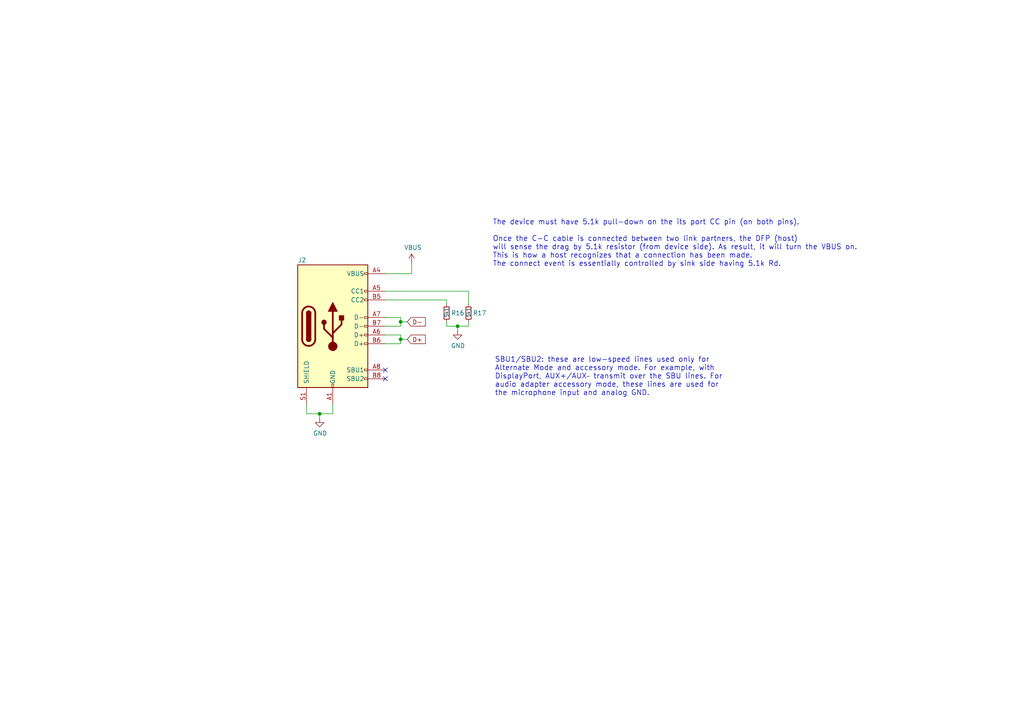
<source format=kicad_sch>
(kicad_sch (version 20211123) (generator eeschema)
  (paper "A4")
  (title_block (title "CNLJS") (date "2021-12-22") (rev "v0.01") (company "Josip&Zvonimir"))
  (lib_symbols
    (symbol "Connector:USB_C_Receptacle_USB2.0" (pin_names (offset 1.016))
      (property "Reference" "J" (at -10.16 19.05 0))
      (property "Value" "USB_C_Receptacle_USB2.0" (at 19.05 19.05 0))
      (symbol "USB_C_Receptacle_USB2.0_0_0"
        (rectangle (start -0.254 -17.78) (end 0.254 -16.764))
        (rectangle (start 10.16 -14.986) (end 9.144 -15.494))
        (rectangle (start 10.16 -12.446) (end 9.144 -12.954))
        (rectangle (start 10.16 -4.826) (end 9.144 -5.334))
        (rectangle (start 10.16 -2.286) (end 9.144 -2.794))
        (rectangle (start 10.16 0.254) (end 9.144 -0.254))
        (rectangle (start 10.16 2.794) (end 9.144 2.286))
        (rectangle (start 10.16 7.874) (end 9.144 7.366))
        (rectangle (start 10.16 10.414) (end 9.144 9.906))
        (rectangle (start 10.16 15.494) (end 9.144 14.986))
      )
      (symbol "USB_C_Receptacle_USB2.0_0_1"
        (rectangle (start -10.16 17.78) (end 10.16 -17.78) (stroke (width 0.254)) (fill (type background)))
        (arc (start -8.89 -3.81) (mid -6.985 -5.715) (end -5.08 -3.81) (stroke (width 0.508)))
        (arc (start -7.62 -3.81) (mid -6.985 -4.445) (end -6.35 -3.81) (stroke (width 0.254)))
        (arc (start -7.62 -3.81) (mid -6.985 -4.445) (end -6.35 -3.81) (stroke (width 0.254)) (fill (type outline)))
        (rectangle (start -7.62 -3.81) (end -6.35 3.81) (stroke (width 0.254)) (fill (type outline)))
        (arc (start -6.35 3.81) (mid -6.985 4.445) (end -7.62 3.81) (stroke (width 0.254)))
        (arc (start -6.35 3.81) (mid -6.985 4.445) (end -7.62 3.81) (stroke (width 0.254)) (fill (type outline)))
        (arc (start -5.08 3.81) (mid -6.985 5.715) (end -8.89 3.81) (stroke (width 0.508)))
        (circle (center -2.54 1.143) (radius 0.635) (stroke (width 0.254)) (fill (type outline)))
        (circle (center 0 -5.842) (radius 1.27) (fill (type outline)))
        (polyline (pts (xy -8.89 -3.81) (xy -8.89 3.81)) (stroke (width 0.508)))
        (polyline (pts (xy -5.08 3.81) (xy -5.08 -3.81)) (stroke (width 0.508)))
        (polyline (pts (xy 0 -5.842) (xy 0 4.318)) (stroke (width 0.508)))
        (polyline (pts (xy 0 -3.302) (xy -2.54 -0.762) (xy -2.54 0.508)) (stroke (width 0.508)))
        (polyline (pts (xy 0 -2.032) (xy 2.54 0.508) (xy 2.54 1.778)) (stroke (width 0.508)))
        (polyline (pts (xy -1.27 4.318) (xy 0 6.858) (xy 1.27 4.318) (xy -1.27 4.318)) (stroke (width 0.254)) (fill (type outline)))
        (rectangle (start 1.905 1.778) (end 3.175 3.048) (stroke (width 0.254)) (fill (type outline)))
      )
      (symbol "USB_C_Receptacle_USB2.0_1_1"
        (pin passive line (at 0 -22.86 90) (length 5.08) (name "GND") (number "A1"))
        (pin passive line (at 0 -22.86 90) (length 5.08) hide (name "GND") (number "A12"))
        (pin passive line (at 15.24 15.24 180) (length 5.08) (name "VBUS") (number "A4"))
        (pin bidirectional line (at 15.24 10.16 180) (length 5.08) (name "CC1") (number "A5"))
        (pin bidirectional line (at 15.24 -2.54 180) (length 5.08) (name "D+") (number "A6"))
        (pin bidirectional line (at 15.24 2.54 180) (length 5.08) (name "D-") (number "A7"))
        (pin bidirectional line (at 15.24 -12.7 180) (length 5.08) (name "SBU1") (number "A8"))
        (pin passive line (at 15.24 15.24 180) (length 5.08) hide (name "VBUS") (number "A9"))
        (pin passive line (at 0 -22.86 90) (length 5.08) hide (name "GND") (number "B1"))
        (pin passive line (at 0 -22.86 90) (length 5.08) hide (name "GND") (number "B12"))
        (pin passive line (at 15.24 15.24 180) (length 5.08) hide (name "VBUS") (number "B4"))
        (pin bidirectional line (at 15.24 7.62 180) (length 5.08) (name "CC2") (number "B5"))
        (pin bidirectional line (at 15.24 -5.08 180) (length 5.08) (name "D+") (number "B6"))
        (pin bidirectional line (at 15.24 0 180) (length 5.08) (name "D-") (number "B7"))
        (pin bidirectional line (at 15.24 -15.24 180) (length 5.08) (name "SBU2") (number "B8"))
        (pin passive line (at 15.24 15.24 180) (length 5.08) hide (name "VBUS") (number "B9"))
        (pin passive line (at -7.62 -22.86 90) (length 5.08) (name "SHIELD") (number "S1"))
      )
    )
    (symbol "Device:R_Small" (pin_numbers hide) (pin_names (offset 0.254) hide)
      (property "Reference" "R" (at 0.762 0.508 0))
      (property "Value" "R_Small" (at 0.762 -1.016 0))
      (symbol "R_Small_0_1"
        (rectangle (start -0.762 1.778) (end 0.762 -1.778) (stroke (width 0.2032)))
      )
      (symbol "R_Small_1_1"
        (pin passive line (at 0 2.54 270) (length 0.762) (name "~") (number "1"))
        (pin passive line (at 0 -2.54 90) (length 0.762) (name "~") (number "2"))
      )
    )
    (symbol "power:GND" (power) (pin_names (offset 0))
      (property "Value" "GND" (at 0 -3.81 0))
      (symbol "GND_0_1"
        (polyline (pts (xy 0 0) (xy 0 -1.27) (xy 1.27 -1.27) (xy 0 -2.54) (xy -1.27 -1.27) (xy 0 -1.27)))
      )
      (symbol "GND_1_1"
        (pin power_in line (at 0 0 270) (length 0) hide (name "GND") (number "1"))
      )
    )
    (symbol "power:VBUS" (power) (pin_names (offset 0))
      (property "Value" "VBUS" (at 0 3.81 0))
      (symbol "VBUS_0_1"
        (polyline (pts (xy -0.762 1.27) (xy 0 2.54)))
        (polyline (pts (xy 0 0) (xy 0 2.54)))
        (polyline (pts (xy 0 2.54) (xy 0.762 1.27)))
      )
      (symbol "VBUS_1_1"
        (pin power_in line (at 0 0 90) (length 0) hide (name "VBUS") (number "1"))
      )
    )
  )
  (junction (at 116.205 93.345))
  (junction (at 92.71 120.015))
  (junction (at 116.205 98.425))
  (junction (at 132.715 94.615))
  (no_connect (at 111.76 109.855))
  (no_connect (at 111.76 107.315))
  (wire (pts (xy 116.205 99.695) (xy 111.76 99.695)))
  (wire (pts (xy 129.54 86.995) (xy 129.54 88.265)))
  (wire (pts (xy 88.9 120.015) (xy 92.71 120.015)))
  (wire (pts (xy 135.89 84.455) (xy 135.89 88.265)))
  (wire (pts (xy 129.54 94.615) (xy 132.715 94.615)))
  (wire (pts (xy 111.76 84.455) (xy 135.89 84.455)))
  (wire (pts (xy 92.71 120.015) (xy 96.52 120.015)))
  (wire (pts (xy 116.205 92.075) (xy 116.205 93.345)))
  (wire (pts (xy 132.715 94.615) (xy 132.715 95.885)))
  (wire (pts (xy 119.38 79.375) (xy 119.38 76.2)))
  (wire (pts (xy 116.205 93.345) (xy 118.11 93.345)))
  (wire (pts (xy 132.715 94.615) (xy 135.89 94.615)))
  (wire (pts (xy 116.205 93.345) (xy 116.205 94.615)))
  (wire (pts (xy 135.89 94.615) (xy 135.89 93.345)))
  (wire (pts (xy 111.76 79.375) (xy 119.38 79.375)))
  (wire (pts (xy 116.205 97.155) (xy 116.205 98.425)))
  (wire (pts (xy 111.76 92.075) (xy 116.205 92.075)))
  (wire (pts (xy 88.9 117.475) (xy 88.9 120.015)))
  (wire (pts (xy 116.205 98.425) (xy 116.205 99.695)))
  (wire (pts (xy 129.54 93.345) (xy 129.54 94.615)))
  (wire (pts (xy 92.71 120.015) (xy 92.71 121.285)))
  (wire (pts (xy 111.76 86.995) (xy 129.54 86.995)))
  (wire (pts (xy 116.205 98.425) (xy 118.11 98.425)))
  (wire (pts (xy 96.52 117.475) (xy 96.52 120.015)))
  (wire (pts (xy 116.205 94.615) (xy 111.76 94.615)))
  (wire (pts (xy 111.76 97.155) (xy 116.205 97.155)))
  (text "The device must have 5.1k pull-down on the its port CC pin (on both pins).\n\nOnce the C-C cable is connected between two link partners, the DFP (host)\nwill sense the drag by 5.1k resistor (from device side). As result, it will turn the VBUS on.\nThis is how a host recognizes that a connection has been made.\nThe connect event is essentially controlled by sink side having 5.1k Rd." (at 142.875 77.47 0) (effects (font (size 1.4986 1.4986)) (justify left bottom)))
  (text "SBU1/SBU2: these are low-speed lines used only for\nAlternate Mode and accessory mode. For example, with\nDisplayPort, AUX+/AUX– transmit over the SBU lines. For\naudio adapter accessory mode, these lines are used for\nthe microphone input and analog GND." (at 143.51 114.935 0) (effects (font (size 1.4986 1.4986)) (justify left bottom)))
  (global_label "D+" (shape input) (at 118.11 98.425 0) (property "Intersheet References" "${INTERSHEET_REFS}" (effects hide)))
  (global_label "D-" (shape input) (at 118.11 93.345 0) (property "Intersheet References" "${INTERSHEET_REFS}" (effects hide)))
  (symbol (lib_id "Connector:USB_C_Receptacle_USB2.0") (at 96.52 94.615 0) (unit 1)
    (property "Reference" "J2" (at 87.63 75.438 0))
    (property "Value" "USB_C_Receptacle_USB2.0" (effects hide))
    (property "Footprint" "CNLJS:USB_C_Receptacle_HRO_TYPE-C-31-M-12" (effects hide))
    (property "Datasheet" "https://www.usb.org/sites/default/files/documents/usb_type-c.zip" (effects hide))
    (property "Basic/Extended" "-" (effects hide))
    (property "JLCPCB Part #" "-" (effects hide))
    (property "Ostalo" "https://www.aliexpress.com/item/32976750426.html?spm=a2g0o.9042311.0.0.39c14c4dXFSZYC" (effects hide))
    (property "U labosu?" "Da" (effects hide))
  )
  (symbol (lib_id "power:VBUS") (at 119.38 76.2 0) (unit 1)
    (property "Reference" "#PWR070" (effects hide))
    (property "Value" "VBUS" (at 119.761 71.8058 0))
  )
  (symbol (lib_id "power:GND") (at 92.71 121.285 0) (unit 1)
    (property "Reference" "#PWR069" (effects hide))
    (property "Value" "GND" (at 92.837 125.6792 0))
  )
  (symbol (lib_id "Device:R_Small") (at 129.54 90.805 0) (unit 1)
    (property "Reference" "R16" (at 130.81 90.805 0) (effects (justify left)))
    (property "Value" "5k1" (at 129.54 92.075 90) (effects (font (size 0.9906 0.9906)) (justify left)))
    (property "Footprint" "Resistor_SMD:R_0805_2012Metric" (effects hide))
  )
  (symbol (lib_id "Device:R_Small") (at 135.89 90.805 0) (unit 1)
    (property "Reference" "R17" (at 137.16 90.805 0) (effects (justify left)))
    (property "Value" "5k1" (at 135.89 92.075 90) (effects (font (size 0.9906 0.9906)) (justify left)))
    (property "Footprint" "Resistor_SMD:R_0805_2012Metric" (effects hide))
  )
  (symbol (lib_id "power:GND") (at 132.715 95.885 0) (unit 1)
    (property "Reference" "#PWR072" (effects hide))
    (property "Value" "GND" (at 132.842 100.2792 0))
  )
)
</source>
